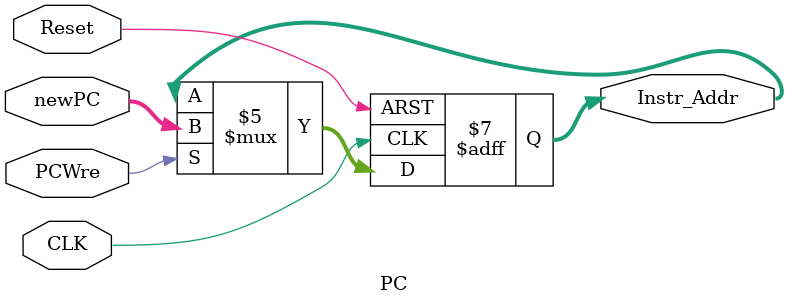
<source format=v>
`timescale 1ns / 1ps


module PC(
    input [31:0] newPC,
    input CLK,
    input Reset,
    input PCWre,
    output reg [31:0] Instr_Addr
    );
    //ResetÊÇºÜÓÅÏÈµÄ£¬Ö»ÒªReset±ä³ÉÁË0£¬Á¢¿ÌÇå
    always@(negedge Reset or negedge CLK)
    begin
        if(Reset==0)//Èç¹ûÒªÇåÁãµÄ»°£¬PCÖµÈ«²¿¸³Îª0
            Instr_Addr[31:0] = 32'h00000000;
        else
        begin
            if(PCWre==1)//Èç¹ûPCµÄÐ´Ê¹ÄÜÎªÕæ£¬ÄÇÃ´¾ÍÒªÐ´ÈëÐÂµÄPC
                Instr_Addr[31:0] = newPC;
        end   
    end

endmodule

</source>
